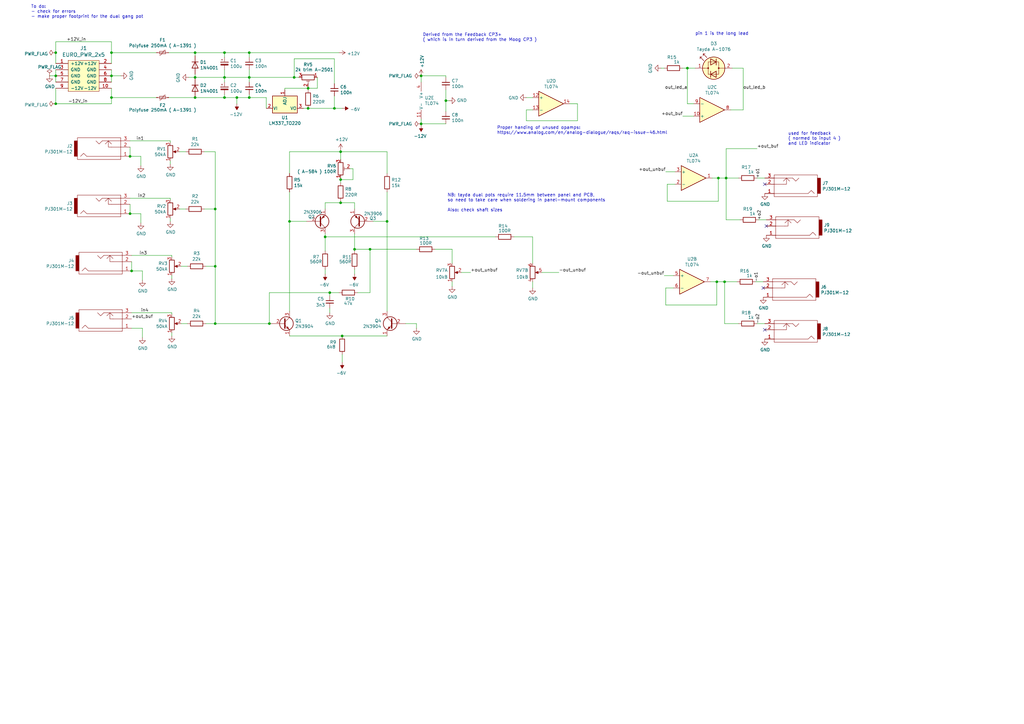
<source format=kicad_sch>
(kicad_sch (version 20211123) (generator eeschema)
  (paper "A3")
  (lib_symbols
    (symbol "Amplifier_Operational:TL074" (pin_names (offset 0.127))
      (property "Reference" "U" (at 0 5.08 0))
      (property "Value" "TL074" (at 0 -5.08 0))
      (symbol "TL074_1_1"
        (polyline (pts (xy -5.08 5.08) (xy 5.08 0) (xy -5.08 -5.08) (xy -5.08 5.08)) (stroke (width 0.254)) (fill (type background)))
        (pin output line (at 7.62 0 180) (length 2.54) (name "~") (number "1"))
        (pin input line (at -7.62 -2.54 0) (length 2.54) (name "-") (number "2"))
        (pin input line (at -7.62 2.54 0) (length 2.54) (name "+") (number "3"))
      )
      (symbol "TL074_2_1"
        (polyline (pts (xy -5.08 5.08) (xy 5.08 0) (xy -5.08 -5.08) (xy -5.08 5.08)) (stroke (width 0.254)) (fill (type background)))
        (pin input line (at -7.62 2.54 0) (length 2.54) (name "+") (number "5"))
        (pin input line (at -7.62 -2.54 0) (length 2.54) (name "-") (number "6"))
        (pin output line (at 7.62 0 180) (length 2.54) (name "~") (number "7"))
      )
      (symbol "TL074_3_1"
        (polyline (pts (xy -5.08 5.08) (xy 5.08 0) (xy -5.08 -5.08) (xy -5.08 5.08)) (stroke (width 0.254)) (fill (type background)))
        (pin input line (at -7.62 2.54 0) (length 2.54) (name "+") (number "10"))
        (pin output line (at 7.62 0 180) (length 2.54) (name "~") (number "8"))
        (pin input line (at -7.62 -2.54 0) (length 2.54) (name "-") (number "9"))
      )
      (symbol "TL074_4_1"
        (polyline (pts (xy -5.08 5.08) (xy 5.08 0) (xy -5.08 -5.08) (xy -5.08 5.08)) (stroke (width 0.254)) (fill (type background)))
        (pin input line (at -7.62 2.54 0) (length 2.54) (name "+") (number "12"))
        (pin input line (at -7.62 -2.54 0) (length 2.54) (name "-") (number "13"))
        (pin output line (at 7.62 0 180) (length 2.54) (name "~") (number "14"))
      )
      (symbol "TL074_5_1"
        (pin power_in line (at -2.54 -7.62 90) (length 3.81) (name "V-") (number "11"))
        (pin power_in line (at -2.54 7.62 270) (length 3.81) (name "V+") (number "4"))
      )
    )
    (symbol "Device:C_Polarized_Small" (pin_numbers hide) (pin_names (offset 0.254) hide)
      (property "Reference" "C" (at 0.254 1.778 0))
      (property "Value" "C_Polarized_Small" (at 0.254 -2.032 0))
      (symbol "C_Polarized_Small_0_1"
        (rectangle (start -1.524 -0.3048) (end 1.524 -0.6858) (fill (type outline)))
        (rectangle (start -1.524 0.6858) (end 1.524 0.3048))
        (polyline (pts (xy -1.27 1.524) (xy -0.762 1.524)))
        (polyline (pts (xy -1.016 1.27) (xy -1.016 1.778)))
      )
      (symbol "C_Polarized_Small_1_1"
        (pin passive line (at 0 2.54 270) (length 1.8542) (name "~") (number "1"))
        (pin passive line (at 0 -2.54 90) (length 1.8542) (name "~") (number "2"))
      )
    )
    (symbol "Device:C_Small" (pin_numbers hide) (pin_names (offset 0.254) hide)
      (property "Reference" "C" (at 0.254 1.778 0))
      (property "Value" "C_Small" (at 0.254 -2.032 0))
      (symbol "C_Small_0_1"
        (polyline (pts (xy -1.524 -0.508) (xy 1.524 -0.508)) (stroke (width 0.3302)))
        (polyline (pts (xy -1.524 0.508) (xy 1.524 0.508)) (stroke (width 0.3048)))
      )
      (symbol "C_Small_1_1"
        (pin passive line (at 0 2.54 270) (length 2.032) (name "~") (number "1"))
        (pin passive line (at 0 -2.54 90) (length 2.032) (name "~") (number "2"))
      )
    )
    (symbol "Device:LED_Dual_Bidirectional" (pin_names (offset 0) hide)
      (property "Reference" "D" (at 0 5.715 0))
      (property "Value" "LED_Dual_Bidirectional" (at 0 -6.35 0))
      (symbol "LED_Dual_Bidirectional_0_1"
        (circle (center -2.032 0) (radius 0.254) (fill (type outline)))
        (polyline (pts (xy -4.572 0) (xy -2.54 0)))
        (polyline (pts (xy -2.032 0) (xy -2.54 0)))
        (polyline (pts (xy -1.016 3.81) (xy -1.016 1.27)) (stroke (width 0.254)))
        (polyline (pts (xy 1.27 -1.27) (xy 1.27 -3.81)) (stroke (width 0.254)))
        (polyline (pts (xy 4.064 0) (xy 2.286 0)) (fill (type outline)))
        (polyline (pts (xy 4.318 5.842) (xy 4.318 5.08)) (stroke (width 0.2032)))
        (polyline (pts (xy 5.588 4.572) (xy 5.588 3.81)) (stroke (width 0.2032)))
        (polyline (pts (xy 2.794 4.318) (xy 4.318 5.842) (xy 3.556 5.842)) (stroke (width 0.2032)))
        (polyline (pts (xy 4.064 3.048) (xy 5.588 4.572) (xy 4.826 4.572)) (stroke (width 0.2032)))
        (polyline (pts (xy -1.016 -1.27) (xy -1.016 -3.81) (xy 1.27 -2.54) (xy -1.016 -1.27)) (stroke (width 0.254)))
        (polyline (pts (xy 1.27 3.81) (xy 1.27 1.27) (xy -1.016 2.54) (xy 1.27 3.81)) (stroke (width 0.254)))
        (polyline (pts (xy 2.286 2.54) (xy -2.032 2.54) (xy -2.032 -2.54) (xy 2.286 -2.54) (xy 2.286 2.54)))
        (circle (center 0 0) (radius 4.572) (stroke (width 0.254)) (fill (type background)))
        (circle (center 2.286 0) (radius 0.254) (fill (type outline)))
      )
      (symbol "LED_Dual_Bidirectional_1_1"
        (pin input line (at 7.62 0 180) (length 3.81) (name "KA") (number "1"))
        (pin input line (at -7.62 0 0) (length 3.048) (name "AK") (number "2"))
      )
    )
    (symbol "Device:Polyfuse_Small" (pin_numbers hide) (pin_names (offset 0))
      (property "Reference" "F" (at -1.905 0 90))
      (property "Value" "Polyfuse_Small" (at 1.905 0 90))
      (symbol "Polyfuse_Small_0_1"
        (rectangle (start -0.508 1.27) (end 0.508 -1.27))
        (polyline (pts (xy 0 2.54) (xy 0 -2.54)))
        (polyline (pts (xy -1.016 1.27) (xy -1.016 0.762) (xy 1.016 -0.762) (xy 1.016 -1.27)))
      )
      (symbol "Polyfuse_Small_1_1"
        (pin passive line (at 0 2.54 270) (length 0.635) (name "~") (number "1"))
        (pin passive line (at 0 -2.54 90) (length 0.635) (name "~") (number "2"))
      )
    )
    (symbol "Device:R" (pin_numbers hide) (pin_names (offset 0))
      (property "Reference" "R" (at 2.032 0 90))
      (property "Value" "R" (at 0 0 90))
      (symbol "R_0_1"
        (rectangle (start -1.016 -2.54) (end 1.016 2.54) (stroke (width 0.254)))
      )
      (symbol "R_1_1"
        (pin passive line (at 0 3.81 270) (length 1.27) (name "~") (number "1"))
        (pin passive line (at 0 -3.81 90) (length 1.27) (name "~") (number "2"))
      )
    )
    (symbol "Device:R_Potentiometer" (pin_names (offset 1.016) hide)
      (property "Reference" "RV" (at -4.445 0 90))
      (property "Value" "R_Potentiometer" (at -2.54 0 90))
      (symbol "R_Potentiometer_0_1"
        (polyline (pts (xy 2.54 0) (xy 1.524 0)))
        (polyline (pts (xy 1.143 0) (xy 2.286 0.508) (xy 2.286 -0.508) (xy 1.143 0)) (fill (type outline)))
        (rectangle (start 1.016 2.54) (end -1.016 -2.54) (stroke (width 0.254)))
      )
      (symbol "R_Potentiometer_1_1"
        (pin passive line (at 0 3.81 270) (length 1.27) (name "1") (number "1"))
        (pin passive line (at 3.81 0 180) (length 1.27) (name "2") (number "2"))
        (pin passive line (at 0 -3.81 90) (length 1.27) (name "3") (number "3"))
      )
    )
    (symbol "Device:R_Potentiometer_Dual_Separate" (pin_names (offset 1.016) hide)
      (property "Reference" "RV" (at -4.445 0 90))
      (property "Value" "R_Potentiometer_Dual_Separate" (at -2.54 0 90))
      (symbol "R_Potentiometer_Dual_Separate_0_1"
        (polyline (pts (xy 2.54 0) (xy 1.524 0)))
        (polyline (pts (xy 1.143 0) (xy 2.286 0.508) (xy 2.286 -0.508) (xy 1.143 0)) (fill (type outline)))
        (rectangle (start 1.016 2.54) (end -1.016 -2.54) (stroke (width 0.254)))
      )
      (symbol "R_Potentiometer_Dual_Separate_1_1"
        (pin passive line (at 0 3.81 270) (length 1.27) (name "1") (number "1"))
        (pin passive line (at 3.81 0 180) (length 1.27) (name "2") (number "2"))
        (pin passive line (at 0 -3.81 90) (length 1.27) (name "3") (number "3"))
      )
      (symbol "R_Potentiometer_Dual_Separate_2_1"
        (pin passive line (at 0 3.81 270) (length 1.27) (name "4") (number "4"))
        (pin passive line (at 3.81 0 180) (length 1.27) (name "5") (number "5"))
        (pin passive line (at 0 -3.81 90) (length 1.27) (name "6") (number "6"))
      )
    )
    (symbol "Device:R_Potentiometer_Trim" (pin_names (offset 1.016) hide)
      (property "Reference" "RV" (at -4.445 0 90))
      (property "Value" "R_Potentiometer_Trim" (at -2.54 0 90))
      (symbol "R_Potentiometer_Trim_0_1"
        (polyline (pts (xy 1.524 0.762) (xy 1.524 -0.762)))
        (polyline (pts (xy 2.54 0) (xy 1.524 0)))
        (rectangle (start 1.016 2.54) (end -1.016 -2.54) (stroke (width 0.254)))
      )
      (symbol "R_Potentiometer_Trim_1_1"
        (pin passive line (at 0 3.81 270) (length 1.27) (name "1") (number "1"))
        (pin passive line (at 3.81 0 180) (length 1.27) (name "2") (number "2"))
        (pin passive line (at 0 -3.81 90) (length 1.27) (name "3") (number "3"))
      )
    )
    (symbol "Diode:1N4001" (pin_numbers hide) (pin_names (offset 1.016) hide)
      (property "Reference" "D" (at 0 2.54 0))
      (property "Value" "1N4001" (at 0 -2.54 0))
      (symbol "1N4001_0_1"
        (polyline (pts (xy -1.27 1.27) (xy -1.27 -1.27)) (stroke (width 0.254)))
        (polyline (pts (xy 1.27 0) (xy -1.27 0)))
        (polyline (pts (xy 1.27 1.27) (xy 1.27 -1.27) (xy -1.27 0) (xy 1.27 1.27)) (stroke (width 0.254)))
      )
      (symbol "1N4001_1_1"
        (pin passive line (at -3.81 0 0) (length 2.54) (name "K") (number "1"))
        (pin passive line (at 3.81 0 180) (length 2.54) (name "A") (number "2"))
      )
    )
    (symbol "Regulator_Linear:LM337_TO220" (pin_names (offset 0.254))
      (property "Reference" "U" (at -3.81 -3.175 0))
      (property "Value" "LM337_TO220" (at 0 -3.175 0))
      (symbol "LM337_TO220_0_1"
        (rectangle (start -5.08 5.08) (end 5.08 -1.905) (stroke (width 0.254)) (fill (type background)))
      )
      (symbol "LM337_TO220_1_1"
        (pin input line (at 0 7.62 270) (length 2.54) (name "ADJ") (number "1"))
        (pin power_in line (at -7.62 0 0) (length 2.54) (name "VI") (number "2"))
        (pin power_out line (at 7.62 0 180) (length 2.54) (name "VO") (number "3"))
      )
    )
    (symbol "Transistor_BJT:2N3904" (pin_names (offset 0) hide)
      (property "Reference" "Q" (at 5.08 1.905 0))
      (property "Value" "2N3904" (at 5.08 0 0))
      (symbol "2N3904_0_1"
        (polyline (pts (xy 0.635 0.635) (xy 2.54 2.54)))
        (polyline (pts (xy 0.635 -0.635) (xy 2.54 -2.54) (xy 2.54 -2.54)))
        (polyline (pts (xy 0.635 1.905) (xy 0.635 -1.905) (xy 0.635 -1.905)) (stroke (width 0.508)))
        (polyline (pts (xy 1.27 -1.778) (xy 1.778 -1.27) (xy 2.286 -2.286) (xy 1.27 -1.778) (xy 1.27 -1.778)) (fill (type outline)))
        (circle (center 1.27 0) (radius 2.8194) (stroke (width 0.254)))
      )
      (symbol "2N3904_1_1"
        (pin passive line (at 2.54 -5.08 90) (length 2.54) (name "E") (number "1"))
        (pin passive line (at -5.08 0 0) (length 5.715) (name "B") (number "2"))
        (pin passive line (at 2.54 5.08 270) (length 2.54) (name "C") (number "3"))
      )
    )
    (symbol "Transistor_BJT:2N3906" (pin_names (offset 0) hide)
      (property "Reference" "Q" (at 5.08 1.905 0))
      (property "Value" "2N3906" (at 5.08 0 0))
      (symbol "2N3906_0_1"
        (polyline (pts (xy 0.635 0.635) (xy 2.54 2.54)))
        (polyline (pts (xy 0.635 -0.635) (xy 2.54 -2.54) (xy 2.54 -2.54)))
        (polyline (pts (xy 0.635 1.905) (xy 0.635 -1.905) (xy 0.635 -1.905)) (stroke (width 0.508)))
        (polyline (pts (xy 2.286 -1.778) (xy 1.778 -2.286) (xy 1.27 -1.27) (xy 2.286 -1.778) (xy 2.286 -1.778)) (fill (type outline)))
        (circle (center 1.27 0) (radius 2.8194) (stroke (width 0.254)))
      )
      (symbol "2N3906_1_1"
        (pin passive line (at 2.54 -5.08 90) (length 2.54) (name "E") (number "1"))
        (pin input line (at -5.08 0 0) (length 5.715) (name "B") (number "2"))
        (pin passive line (at 2.54 5.08 270) (length 2.54) (name "C") (number "3"))
      )
    )
    (symbol "eurocad:EURO_PWR_2x5" (pin_names (offset 1.016))
      (property "Reference" "J" (at 0 -7.62 0))
      (property "Value" "EURO_PWR_2x5" (at 0 7.62 0))
      (symbol "EURO_PWR_2x5_0_1"
        (rectangle (start -6.35 6.35) (end 6.35 -6.35) (fill (type background)))
      )
      (symbol "EURO_PWR_2x5_1_1"
        (pin power_in line (at -11.43 5.08 0) (length 5.08) (name "+12V") (number "1"))
        (pin power_in line (at 11.43 -5.08 180) (length 5.08) (name "-12V") (number "10"))
        (pin power_in line (at 11.43 5.08 180) (length 5.08) (name "+12V") (number "2"))
        (pin power_in line (at -11.43 2.54 0) (length 5.08) (name "GND") (number "3"))
        (pin power_in line (at 11.43 2.54 180) (length 5.08) (name "GND") (number "4"))
        (pin power_in line (at -11.43 0 0) (length 5.08) (name "GND") (number "5"))
        (pin power_in line (at 11.43 0 180) (length 5.08) (name "GND") (number "6"))
        (pin power_in line (at -11.43 -2.54 0) (length 5.08) (name "GND") (number "7"))
        (pin power_in line (at 11.43 -2.54 180) (length 5.08) (name "GND") (number "8"))
        (pin power_in line (at -11.43 -5.08 0) (length 5.08) (name "-12V") (number "9"))
      )
    )
    (symbol "eurocad:PJ301M-12" (pin_names (offset 1.016))
      (property "Reference" "J" (at -8.89 -5.08 0))
      (property "Value" "PJ301M-12" (at -3.81 6.35 0))
      (symbol "PJ301M-12_0_1"
        (rectangle (start -11.43 3.81) (end -10.16 -2.54) (fill (type outline)))
        (polyline (pts (xy 3.81 0) (xy 7.62 0) (xy 7.62 0)))
        (polyline (pts (xy 0 -2.54) (xy -1.27 -1.27) (xy -2.54 -2.54) (xy -2.54 -2.54)))
        (polyline (pts (xy 0 -2.54) (xy 7.62 -2.54) (xy 7.62 -2.54) (xy 7.62 -2.54)))
        (polyline (pts (xy 1.27 -1.27) (xy 2.54 -2.54) (xy 3.81 -1.27) (xy 3.81 -1.27)))
        (polyline (pts (xy 3.81 0) (xy 2.54 0) (xy 2.54 -2.54) (xy 2.54 -2.54)))
        (polyline (pts (xy 7.62 3.81) (xy -6.35 3.81) (xy -7.62 2.54) (xy -8.89 3.81) (xy -8.89 3.81)))
        (rectangle (start 7.62 -3.81) (end -10.16 5.08))
      )
      (symbol "PJ301M-12_1_1"
        (pin passive line (at 11.43 3.81 180) (length 3.81) (name "~") (number "1"))
        (pin passive line (at 11.43 0 180) (length 3.81) (name "~") (number "2"))
        (pin passive line (at 11.43 -2.54 180) (length 3.81) (name "~") (number "3"))
      )
    )
    (symbol "power:+12V" (power) (pin_names (offset 0))
      (property "Value" "+12V" (at 0 3.556 0))
      (symbol "+12V_0_1"
        (polyline (pts (xy -0.762 1.27) (xy 0 2.54)))
        (polyline (pts (xy 0 0) (xy 0 2.54)))
        (polyline (pts (xy 0 2.54) (xy 0.762 1.27)))
      )
      (symbol "+12V_1_1"
        (pin power_in line (at 0 0 90) (length 0) hide (name "+12V") (number "1"))
      )
    )
    (symbol "power:-12V" (power) (pin_names (offset 0))
      (property "Value" "-12V" (at 0 3.81 0))
      (symbol "-12V_0_0"
        (pin power_in line (at 0 0 90) (length 0) hide (name "-12V") (number "1"))
      )
      (symbol "-12V_0_1"
        (polyline (pts (xy 0 0) (xy 0 1.27) (xy 0.762 1.27) (xy 0 2.54) (xy -0.762 1.27) (xy 0 1.27)) (fill (type outline)))
      )
    )
    (symbol "power:-6V" (power) (pin_names (offset 0))
      (property "Value" "-6V" (at 0 3.81 0))
      (symbol "-6V_0_0"
        (pin power_in line (at 0 0 90) (length 0) hide (name "-6V") (number "1"))
      )
      (symbol "-6V_0_1"
        (polyline (pts (xy 0 0) (xy 0 1.27) (xy 0.762 1.27) (xy 0 2.54) (xy -0.762 1.27) (xy 0 1.27)) (fill (type outline)))
      )
    )
    (symbol "power:GND" (power) (pin_names (offset 0))
      (property "Value" "GND" (at 0 -3.81 0))
      (symbol "GND_0_1"
        (polyline (pts (xy 0 0) (xy 0 -1.27) (xy 1.27 -1.27) (xy 0 -2.54) (xy -1.27 -1.27) (xy 0 -1.27)))
      )
      (symbol "GND_1_1"
        (pin power_in line (at 0 0 270) (length 0) hide (name "GND") (number "1"))
      )
    )
    (symbol "power:PWR_FLAG" (power) (pin_numbers hide) (pin_names (offset 0) hide)
      (property "Value" "PWR_FLAG" (at 0 3.81 0))
      (symbol "PWR_FLAG_0_0"
        (pin power_out line (at 0 0 90) (length 0) (name "pwr") (number "1"))
      )
      (symbol "PWR_FLAG_0_1"
        (polyline (pts (xy 0 0) (xy 0 1.27) (xy -1.016 1.905) (xy 0 2.54) (xy 1.016 1.905) (xy 0 1.27)))
      )
    )
  )
  (junction (at 92.075 21.59))
  (junction (at 172.72 50.8))
  (junction (at 53.975 111.125))
  (junction (at 281.94 27.94))
  (junction (at 120.65 31.75))
  (junction (at 102.235 21.59))
  (junction (at 294.005 115.57))
  (junction (at 22.86 42.545))
  (junction (at 92.075 31.75))
  (junction (at 126.365 36.195))
  (junction (at 140.335 137.795))
  (junction (at 45.72 21.59))
  (junction (at 22.86 31.115))
  (junction (at 151.765 102.235))
  (junction (at 80.01 40.005))
  (junction (at 80.01 31.75))
  (junction (at 102.235 31.75))
  (junction (at 297.18 115.57))
  (junction (at 97.155 40.005))
  (junction (at 139.7 83.185))
  (junction (at 45.72 31.115))
  (junction (at 158.75 90.805))
  (junction (at 133.35 97.155))
  (junction (at 92.075 40.005))
  (junction (at 137.16 44.45))
  (junction (at 88.265 132.715))
  (junction (at 139.7 73.66))
  (junction (at 118.745 90.805))
  (junction (at 22.86 21.59))
  (junction (at 88.265 109.22))
  (junction (at 53.34 64.135))
  (junction (at 88.265 85.725))
  (junction (at 172.72 31.115))
  (junction (at 135.255 120.015))
  (junction (at 45.72 40.005))
  (junction (at 110.49 132.715))
  (junction (at 102.235 40.005))
  (junction (at 297.815 73.025))
  (junction (at 126.365 44.45))
  (junction (at 145.415 102.235))
  (junction (at 294.64 73.025))
  (junction (at 53.34 87.63))
  (junction (at 80.01 21.59))
  (junction (at 182.88 41.275))
  (junction (at 139.7 62.23))
  (no_connect (at 313.69 75.565))
  (no_connect (at 314.325 92.71))
  (no_connect (at 313.055 118.11))
  (no_connect (at 313.69 135.255))
  (wire (pts (xy 146.685 120.015) (xy 151.765 120.015)))
  (wire (pts (xy 58.42 111.125) (xy 58.42 114.935)))
  (wire (pts (xy 273.05 118.11) (xy 273.05 125.095)))
  (wire (pts (xy 45.72 40.005) (xy 64.135 40.005)))
  (wire (pts (xy 92.075 21.59) (xy 102.235 21.59)))
  (wire (pts (xy 80.01 21.59) (xy 92.075 21.59)))
  (wire (pts (xy 120.65 24.13) (xy 120.65 31.75)))
  (wire (pts (xy 133.35 85.725) (xy 133.35 83.185)))
  (wire (pts (xy 133.35 97.155) (xy 133.35 102.87)))
  (wire (pts (xy 76.2 85.725) (xy 73.66 85.725)))
  (wire (pts (xy 53.34 57.785) (xy 69.85 57.785)))
  (wire (pts (xy 184.15 41.275) (xy 182.88 41.275)))
  (wire (pts (xy 53.34 87.63) (xy 57.785 87.63)))
  (wire (pts (xy 218.44 40.005) (xy 215.9 40.005)))
  (wire (pts (xy 294.64 82.55) (xy 294.64 73.025)))
  (wire (pts (xy 133.35 83.185) (xy 139.7 83.185)))
  (wire (pts (xy 273.685 75.565) (xy 273.685 82.55)))
  (wire (pts (xy 273.685 82.55) (xy 294.64 82.55)))
  (wire (pts (xy 126.365 36.195) (xy 116.84 36.195)))
  (wire (pts (xy 53.34 64.135) (xy 57.785 64.135)))
  (wire (pts (xy 83.82 85.725) (xy 88.265 85.725)))
  (wire (pts (xy 135.255 120.015) (xy 139.065 120.015)))
  (wire (pts (xy 185.42 115.57) (xy 185.42 117.475)))
  (wire (pts (xy 22.86 28.575) (xy 22.86 31.115)))
  (wire (pts (xy 118.745 62.23) (xy 118.745 71.12)))
  (wire (pts (xy 139.7 82.55) (xy 139.7 83.185)))
  (wire (pts (xy 110.49 132.715) (xy 111.125 132.715)))
  (wire (pts (xy 297.18 115.57) (xy 294.005 115.57)))
  (wire (pts (xy 158.75 90.805) (xy 158.75 127.635)))
  (wire (pts (xy 116.84 36.195) (xy 116.84 36.83)))
  (wire (pts (xy 102.235 31.75) (xy 102.235 28.575)))
  (wire (pts (xy 185.42 102.235) (xy 185.42 107.95)))
  (wire (pts (xy 203.2 97.155) (xy 133.35 97.155)))
  (wire (pts (xy 133.35 110.49) (xy 133.35 112.395)))
  (wire (pts (xy 80.01 22.86) (xy 80.01 21.59)))
  (wire (pts (xy 236.855 49.53) (xy 236.855 42.545)))
  (wire (pts (xy 166.37 132.715) (xy 170.815 132.715)))
  (wire (pts (xy 92.075 31.75) (xy 102.235 31.75)))
  (wire (pts (xy 297.815 73.025) (xy 297.815 60.96)))
  (wire (pts (xy 126.365 35.56) (xy 126.365 36.195)))
  (wire (pts (xy 110.49 132.715) (xy 110.49 120.015)))
  (wire (pts (xy 118.745 62.23) (xy 139.7 62.23)))
  (wire (pts (xy 284.48 47.625) (xy 280.035 47.625)))
  (wire (pts (xy 172.72 50.8) (xy 182.88 50.8)))
  (wire (pts (xy 70.485 104.775) (xy 70.485 105.41)))
  (wire (pts (xy 189.23 111.76) (xy 193.04 111.76)))
  (wire (pts (xy 22.86 17.145) (xy 22.86 21.59)))
  (wire (pts (xy 130.175 36.195) (xy 126.365 36.195)))
  (wire (pts (xy 276.86 75.565) (xy 273.685 75.565)))
  (wire (pts (xy 294.64 73.025) (xy 292.1 73.025)))
  (wire (pts (xy 151.765 120.015) (xy 151.765 102.235)))
  (wire (pts (xy 302.895 132.715) (xy 297.18 132.715)))
  (wire (pts (xy 153.035 90.805) (xy 158.75 90.805)))
  (wire (pts (xy 88.265 109.22) (xy 88.265 132.715)))
  (wire (pts (xy 53.975 134.62) (xy 58.42 134.62)))
  (wire (pts (xy 22.86 31.115) (xy 22.86 33.655)))
  (wire (pts (xy 70.485 128.27) (xy 70.485 128.905)))
  (wire (pts (xy 172.72 31.115) (xy 172.72 33.655)))
  (wire (pts (xy 53.975 128.27) (xy 70.485 128.27)))
  (wire (pts (xy 137.16 24.13) (xy 120.65 24.13)))
  (wire (pts (xy 139.7 73.66) (xy 139.7 74.93)))
  (wire (pts (xy 120.65 31.75) (xy 122.555 31.75)))
  (wire (pts (xy 303.53 90.17) (xy 297.815 90.17)))
  (wire (pts (xy 135.255 120.015) (xy 135.255 121.285)))
  (wire (pts (xy 102.235 40.005) (xy 102.235 38.735)))
  (wire (pts (xy 80.01 31.75) (xy 80.01 30.48)))
  (wire (pts (xy 151.765 102.235) (xy 170.815 102.235)))
  (wire (pts (xy 109.22 40.005) (xy 109.22 44.45)))
  (wire (pts (xy 137.16 44.45) (xy 137.16 39.37)))
  (wire (pts (xy 222.25 111.76) (xy 229.235 111.76)))
  (wire (pts (xy 20.32 31.115) (xy 22.86 31.115)))
  (wire (pts (xy 118.745 90.805) (xy 118.745 127.635)))
  (wire (pts (xy 304.8 45.085) (xy 299.72 45.085)))
  (wire (pts (xy 144.78 69.215) (xy 144.78 73.66)))
  (wire (pts (xy 313.69 132.715) (xy 310.515 132.715)))
  (wire (pts (xy 92.075 28.575) (xy 92.075 31.75)))
  (wire (pts (xy 302.26 115.57) (xy 297.18 115.57)))
  (wire (pts (xy 77.47 31.75) (xy 80.01 31.75)))
  (wire (pts (xy 218.44 45.085) (xy 215.9 45.085)))
  (wire (pts (xy 53.34 64.135) (xy 53.34 60.325)))
  (wire (pts (xy 140.335 145.415) (xy 140.335 148.59)))
  (wire (pts (xy 88.265 62.23) (xy 88.265 85.725)))
  (wire (pts (xy 294.005 125.095) (xy 294.005 115.57)))
  (wire (pts (xy 110.49 120.015) (xy 135.255 120.015)))
  (wire (pts (xy 45.72 28.575) (xy 45.72 31.115)))
  (wire (pts (xy 145.415 102.235) (xy 151.765 102.235)))
  (wire (pts (xy 137.16 34.29) (xy 137.16 24.13)))
  (wire (pts (xy 69.85 57.785) (xy 69.85 58.42)))
  (wire (pts (xy 45.72 40.005) (xy 45.72 42.545)))
  (wire (pts (xy 53.975 104.775) (xy 70.485 104.775)))
  (wire (pts (xy 45.72 17.145) (xy 45.72 21.59)))
  (wire (pts (xy 53.975 111.125) (xy 53.975 107.315)))
  (wire (pts (xy 273.05 125.095) (xy 294.005 125.095)))
  (wire (pts (xy 218.44 97.155) (xy 218.44 107.95)))
  (wire (pts (xy 76.2 62.23) (xy 73.66 62.23)))
  (wire (pts (xy 118.745 137.795) (xy 140.335 137.795)))
  (wire (pts (xy 102.235 40.005) (xy 109.22 40.005)))
  (wire (pts (xy 45.72 36.195) (xy 45.72 40.005)))
  (wire (pts (xy 92.075 40.005) (xy 97.155 40.005)))
  (wire (pts (xy 297.815 73.025) (xy 294.64 73.025)))
  (wire (pts (xy 218.44 115.57) (xy 218.44 118.11)))
  (wire (pts (xy 314.325 90.17) (xy 311.15 90.17)))
  (wire (pts (xy 88.265 132.715) (xy 110.49 132.715)))
  (wire (pts (xy 281.94 42.545) (xy 284.48 42.545)))
  (wire (pts (xy 22.86 36.195) (xy 22.86 42.545)))
  (wire (pts (xy 88.265 85.725) (xy 88.265 109.22)))
  (wire (pts (xy 304.8 27.94) (xy 304.8 45.085)))
  (wire (pts (xy 102.235 21.59) (xy 139.065 21.59)))
  (wire (pts (xy 172.72 31.115) (xy 182.88 31.115)))
  (wire (pts (xy 158.75 78.74) (xy 158.75 90.805)))
  (wire (pts (xy 57.785 87.63) (xy 57.785 91.44)))
  (wire (pts (xy 126.365 44.45) (xy 124.46 44.45)))
  (wire (pts (xy 300.355 27.94) (xy 304.8 27.94)))
  (wire (pts (xy 302.895 73.025) (xy 297.815 73.025)))
  (wire (pts (xy 236.855 42.545) (xy 233.68 42.545)))
  (wire (pts (xy 58.42 134.62) (xy 58.42 138.43)))
  (wire (pts (xy 126.365 44.45) (xy 137.16 44.45)))
  (wire (pts (xy 102.235 21.59) (xy 102.235 23.495)))
  (wire (pts (xy 97.155 40.005) (xy 97.155 42.545)))
  (wire (pts (xy 172.72 48.895) (xy 172.72 50.8)))
  (wire (pts (xy 313.055 115.57) (xy 309.88 115.57)))
  (wire (pts (xy 130.175 31.75) (xy 130.175 36.195)))
  (wire (pts (xy 215.9 45.085) (xy 215.9 49.53)))
  (wire (pts (xy 84.455 109.22) (xy 88.265 109.22)))
  (wire (pts (xy 22.86 42.545) (xy 45.72 42.545)))
  (wire (pts (xy 139.7 83.185) (xy 145.415 83.185)))
  (wire (pts (xy 53.975 111.125) (xy 58.42 111.125)))
  (wire (pts (xy 137.16 44.45) (xy 140.335 44.45)))
  (wire (pts (xy 139.7 73.025) (xy 139.7 73.66)))
  (wire (pts (xy 210.82 97.155) (xy 218.44 97.155)))
  (wire (pts (xy 80.01 40.005) (xy 92.075 40.005)))
  (wire (pts (xy 272.415 27.94) (xy 271.145 27.94)))
  (wire (pts (xy 276.225 118.11) (xy 273.05 118.11)))
  (wire (pts (xy 45.72 31.115) (xy 49.53 31.115)))
  (wire (pts (xy 92.075 21.59) (xy 92.075 23.495)))
  (wire (pts (xy 53.34 81.28) (xy 69.85 81.28)))
  (wire (pts (xy 97.155 40.005) (xy 102.235 40.005)))
  (wire (pts (xy 297.815 60.96) (xy 310.515 60.96)))
  (wire (pts (xy 69.215 21.59) (xy 80.01 21.59)))
  (wire (pts (xy 45.72 31.115) (xy 45.72 33.655)))
  (wire (pts (xy 92.075 31.75) (xy 80.01 31.75)))
  (wire (pts (xy 182.88 31.115) (xy 182.88 31.75)))
  (wire (pts (xy 92.075 40.005) (xy 92.075 38.735)))
  (wire (pts (xy 70.485 136.525) (xy 70.485 137.795)))
  (wire (pts (xy 76.835 132.715) (xy 74.295 132.715)))
  (wire (pts (xy 281.94 27.94) (xy 281.94 42.545)))
  (wire (pts (xy 182.88 36.83) (xy 182.88 41.275)))
  (wire (pts (xy 272.415 113.03) (xy 276.225 113.03)))
  (wire (pts (xy 297.18 132.715) (xy 297.18 115.57)))
  (wire (pts (xy 281.94 27.94) (xy 280.035 27.94)))
  (wire (pts (xy 182.88 41.275) (xy 182.88 45.72)))
  (wire (pts (xy 92.075 31.75) (xy 92.075 33.655)))
  (wire (pts (xy 102.235 33.655) (xy 102.235 31.75)))
  (wire (pts (xy 135.255 126.365) (xy 135.255 128.27)))
  (wire (pts (xy 215.9 49.53) (xy 236.855 49.53)))
  (wire (pts (xy 83.82 62.23) (xy 88.265 62.23)))
  (wire (pts (xy 144.78 73.66) (xy 139.7 73.66)))
  (wire (pts (xy 84.455 132.715) (xy 88.265 132.715)))
  (wire (pts (xy 126.365 36.195) (xy 126.365 36.83)))
  (wire (pts (xy 139.7 62.23) (xy 139.7 65.405)))
  (wire (pts (xy 313.69 73.025) (xy 310.515 73.025)))
  (wire (pts (xy 145.415 102.235) (xy 145.415 102.87)))
  (wire (pts (xy 80.01 40.005) (xy 69.215 40.005)))
  (wire (pts (xy 53.34 87.63) (xy 53.34 83.82)))
  (wire (pts (xy 145.415 83.185) (xy 145.415 85.725)))
  (wire (pts (xy 139.7 62.23) (xy 158.75 62.23)))
  (wire (pts (xy 145.415 95.885) (xy 145.415 102.235)))
  (wire (pts (xy 76.835 109.22) (xy 74.295 109.22)))
  (wire (pts (xy 178.435 102.235) (xy 185.42 102.235)))
  (wire (pts (xy 133.35 95.885) (xy 133.35 97.155)))
  (wire (pts (xy 143.51 69.215) (xy 144.78 69.215)))
  (wire (pts (xy 281.94 27.94) (xy 285.115 27.94)))
  (wire (pts (xy 294.005 115.57) (xy 291.465 115.57)))
  (wire (pts (xy 139.7 61.595) (xy 139.7 62.23)))
  (wire (pts (xy 69.85 89.535) (xy 69.85 90.805)))
  (wire (pts (xy 297.815 90.17) (xy 297.815 73.025)))
  (wire (pts (xy 45.72 21.59) (xy 45.72 26.035)))
  (wire (pts (xy 118.745 78.74) (xy 118.745 90.805)))
  (wire (pts (xy 125.73 90.805) (xy 118.745 90.805)))
  (wire (pts (xy 80.01 32.385) (xy 80.01 31.75)))
  (wire (pts (xy 102.235 31.75) (xy 120.65 31.75)))
  (wire (pts (xy 158.75 137.795) (xy 140.335 137.795)))
  (wire (pts (xy 69.85 66.04) (xy 69.85 67.31)))
  (wire (pts (xy 170.815 132.715) (xy 170.815 134.62)))
  (wire (pts (xy 172.72 51.435) (xy 172.72 50.8)))
  (wire (pts (xy 22.86 17.145) (xy 45.72 17.145)))
  (wire (pts (xy 145.415 110.49) (xy 145.415 112.395)))
  (wire (pts (xy 273.05 70.485) (xy 276.86 70.485)))
  (wire (pts (xy 57.785 64.135) (xy 57.785 67.945)))
  (wire (pts (xy 69.85 81.28) (xy 69.85 81.915)))
  (wire (pts (xy 45.72 21.59) (xy 64.135 21.59)))
  (wire (pts (xy 158.75 62.23) (xy 158.75 71.12)))
  (wire (pts (xy 70.485 113.03) (xy 70.485 114.3)))
  (wire (pts (xy 22.86 21.59) (xy 22.86 26.035)))
  (text "Proper handing of unused opamps:\nhttps://www.analog.com/en/analog-dialogue/raqs/raq-issue-46.html" (at 203.835 55.245 0) (effects (font (size 1.27 1.27)) (justify left bottom)))
  (text "pin 1 is the long lead" (at 285.115 14.605 0) (effects (font (size 1.27 1.27)) (justify left bottom)))
  (text "used for feedback\n( normed to input 4 )\nand LED indicator" (at 323.215 59.69 0) (effects (font (size 1.27 1.27)) (justify left bottom)))
  (text "NB: tayda dual pots require 11.5mm between panel and PCB, \nso need to take care when soldering in panel-mount components\n\nAlso: check shaft sizes\n" (at 183.515 86.995 0) (effects (font (size 1.27 1.27)) (justify left bottom)))
  (text "To do:\n- check for errors\n- make proper footprint for the dual gang pot" (at 12.7 7.62 0) (effects (font (size 1.27 1.27)) (justify left bottom)))
  (text "Derived from the Feedback CP3+\n( which is in turn derived from the Moog CP3 )" (at 173.355 17.145 0) (effects (font (size 1.27 1.27)) (justify left bottom)))
  (label "-out_unbuf" (at 229.235 111.76 0))
  (label "in2" (at 56.515 81.28 0))
  (label "in3" (at 57.15 104.775 0))
  (label "+out_buf" (at 53.975 130.81 0))
  (label "+o2" (at 312.42 90.17 90))
  (label "+out_buf" (at 310.515 60.96 0))
  (label "-o1" (at 311.15 115.57 90))
  (label "+out_unbuf" (at 273.05 70.485 180))
  (label "out_led_b" (at 304.8 36.83 0))
  (label "+out_buf" (at 280.035 47.625 180))
  (label "-out_unbuf" (at 272.415 113.03 180))
  (label "in1" (at 55.88 57.785 0))
  (label "+out_unbuf" (at 193.04 111.76 0))
  (label "-o2" (at 311.785 132.715 90))
  (label "+12V_in" (at 27.305 17.145 0))
  (label "+o1" (at 311.785 73.025 90))
  (label "out_led_a" (at 281.94 36.83 180))
  (label "in4" (at 57.785 128.27 0))
  (label "-12V_in" (at 27.94 42.545 0))
  (symbol (lib_id "eurocad:EURO_PWR_2x5") (at 34.29 31.115 0) (unit 1)
    (property "Reference" "J1" (at 34.29 19.7612 0) (effects (font (size 1.524 1.524))))
    (property "Value" "EURO_PWR_2x5" (at 34.29 22.4536 0) (effects (font (size 1.524 1.524))))
    (property "Footprint" "Eurocad:Eurorack_power_header" (effects hide))
  )
  (symbol (lib_id "power:GND") (at 20.32 31.115 0) (unit 1)
    (property "Reference" "#PWR01" (effects hide))
    (property "Value" "GND" (at 20.447 35.5092 0))
  )
  (symbol (lib_id "Device:C_Polarized_Small") (at 92.075 26.035 0) (unit 1)
    (property "Reference" "C1" (at 94.3864 24.8666 0) (effects (justify left)))
    (property "Value" "100u" (at 94.3864 27.178 0) (effects (justify left)))
    (property "Footprint" "Capacitor_THT:CP_Radial_D6.3mm_P2.50mm" (effects hide))
  )
  (symbol (lib_id "Device:C_Polarized_Small") (at 92.075 36.195 0) (unit 1)
    (property "Reference" "C2" (at 94.3864 35.0266 0) (effects (justify left)))
    (property "Value" "100u" (at 94.3864 37.338 0) (effects (justify left)))
    (property "Footprint" "Capacitor_THT:CP_Radial_D6.3mm_P2.50mm" (effects hide))
  )
  (symbol (lib_id "Device:C_Small") (at 102.235 26.035 0) (unit 1)
    (property "Reference" "C3" (at 104.5718 24.8666 0) (effects (justify left)))
    (property "Value" "100n" (at 104.5718 27.178 0) (effects (justify left)))
    (property "Footprint" "Eurocad:C_0805_2012Metric_Pad1.15x1.40mm_HandSolder_SmallTxt" (effects hide))
  )
  (symbol (lib_id "Device:C_Small") (at 102.235 36.195 0) (unit 1)
    (property "Reference" "C4" (at 104.5718 35.0266 0) (effects (justify left)))
    (property "Value" "100n" (at 104.5718 37.338 0) (effects (justify left)))
    (property "Footprint" "Eurocad:C_0805_2012Metric_Pad1.15x1.40mm_HandSolder_SmallTxt" (effects hide))
  )
  (symbol (lib_id "Regulator_Linear:LM337_TO220") (at 116.84 44.45 0) (unit 1)
    (property "Reference" "U1" (at 116.84 48.2346 0))
    (property "Value" "LM337_TO220" (at 116.84 50.546 0))
    (property "Footprint" "Package_TO_SOT_THT:TO-220-3_Vertical" (effects hide))
    (property "Datasheet" "http://www.ti.com/lit/ds/symlink/lm337-n.pdf" (effects hide))
  )
  (symbol (lib_id "Device:R_Potentiometer_Trim") (at 126.365 31.75 270) (unit 1)
    (property "Reference" "RV5" (at 126.365 26.4922 90))
    (property "Value" "2k trim A-2501" (at 128.905 28.575 90))
    (property "Footprint" "Potentiometer_THT:Potentiometer_Runtron_RM-065_Vertical" (effects hide))
  )
  (symbol (lib_id "Device:R") (at 126.365 40.64 0) (unit 1)
    (property "Reference" "R6" (at 128.143 39.4716 0) (effects (justify left)))
    (property "Value" "220R" (at 128.143 41.783 0) (effects (justify left)))
    (property "Footprint" "Eurocad:R_0805_2012Metric_Pad1.15x1.40mm_HandSolder_smallText" (effects hide))
  )
  (symbol (lib_id "power:GND") (at 77.47 31.75 270) (unit 1)
    (property "Reference" "#PWR02" (effects hide))
    (property "Value" "GND" (at 73.0758 31.877 0))
  )
  (symbol (lib_id "Device:C_Small") (at 137.16 36.83 0) (unit 1)
    (property "Reference" "C6" (at 139.4968 35.6616 0) (effects (justify left)))
    (property "Value" "100n" (at 139.4968 37.973 0) (effects (justify left)))
    (property "Footprint" "Eurocad:C_0805_2012Metric_Pad1.15x1.40mm_HandSolder_SmallTxt" (effects hide))
  )
  (symbol (lib_id "power:-6V") (at 140.335 44.45 270) (unit 1)
    (property "Reference" "#PWR016" (effects hide))
    (property "Value" "-6V" (at 143.5862 44.831 90) (effects (justify left)))
  )
  (symbol (lib_id "power:+12V") (at 139.065 21.59 270) (unit 1)
    (property "Reference" "#PWR014" (effects hide))
    (property "Value" "+12V" (at 142.3162 21.971 90) (effects (justify left)))
  )
  (symbol (lib_id "eurocad:PJ301M-12") (at 41.91 60.325 0) (mirror x) (unit 1)
    (property "Reference" "J2" (at 29.7942 59.9186 0) (effects (justify right)))
    (property "Value" "PJ301M-12" (at 29.7942 62.23 0) (effects (justify right)))
    (property "Footprint" "Eurocad:PJ301M-12_Compact" (effects hide))
  )
  (symbol (lib_id "power:GND") (at 57.785 67.945 0) (unit 1)
    (property "Reference" "#PWR03" (effects hide))
    (property "Value" "GND" (at 57.912 72.3392 0))
  )
  (symbol (lib_id "Device:R_Potentiometer") (at 69.85 62.23 0) (mirror x) (unit 1)
    (property "Reference" "RV1" (at 68.0974 61.0616 0) (effects (justify right)))
    (property "Value" "50kA" (at 68.0974 63.373 0) (effects (justify right)))
    (property "Footprint" "Eurocad:Alpha9mmPot" (effects hide))
  )
  (symbol (lib_id "power:GND") (at 69.85 67.31 0) (unit 1)
    (property "Reference" "#PWR07" (effects hide))
    (property "Value" "GND" (at 69.977 71.7042 0))
  )
  (symbol (lib_id "Device:R") (at 80.01 62.23 270) (unit 1)
    (property "Reference" "R1" (at 80.01 56.9722 90))
    (property "Value" "22k" (at 80.01 59.2836 90))
    (property "Footprint" "Eurocad:R_0805_2012Metric_Pad1.15x1.40mm_HandSolder_smallText" (effects hide))
  )
  (symbol (lib_id "eurocad:PJ301M-12") (at 41.91 83.82 0) (mirror x) (unit 1)
    (property "Reference" "J3" (at 29.7942 83.4136 0) (effects (justify right)))
    (property "Value" "PJ301M-12" (at 29.7942 85.725 0) (effects (justify right)))
    (property "Footprint" "Eurocad:PJ301M-12_Compact" (effects hide))
  )
  (symbol (lib_id "power:GND") (at 57.785 91.44 0) (unit 1)
    (property "Reference" "#PWR04" (effects hide))
    (property "Value" "GND" (at 57.912 95.8342 0))
  )
  (symbol (lib_id "Device:R_Potentiometer") (at 69.85 85.725 0) (mirror x) (unit 1)
    (property "Reference" "RV2" (at 68.0974 84.5566 0) (effects (justify right)))
    (property "Value" "50kA" (at 68.0974 86.868 0) (effects (justify right)))
    (property "Footprint" "Eurocad:Alpha9mmPot" (effects hide))
  )
  (symbol (lib_id "power:GND") (at 69.85 90.805 0) (unit 1)
    (property "Reference" "#PWR08" (effects hide))
    (property "Value" "GND" (at 69.977 95.1992 0))
  )
  (symbol (lib_id "Device:R") (at 80.01 85.725 270) (unit 1)
    (property "Reference" "R2" (at 80.01 80.4672 90))
    (property "Value" "22k" (at 80.01 82.7786 90))
    (property "Footprint" "Eurocad:R_0805_2012Metric_Pad1.15x1.40mm_HandSolder_smallText" (effects hide))
  )
  (symbol (lib_id "eurocad:PJ301M-12") (at 42.545 107.315 0) (mirror x) (unit 1)
    (property "Reference" "J4" (at 30.4292 106.9086 0) (effects (justify right)))
    (property "Value" "PJ301M-12" (at 30.4292 109.22 0) (effects (justify right)))
    (property "Footprint" "Eurocad:PJ301M-12_Compact" (effects hide))
  )
  (symbol (lib_id "power:GND") (at 58.42 114.935 0) (unit 1)
    (property "Reference" "#PWR05" (effects hide))
    (property "Value" "GND" (at 58.547 119.3292 0))
  )
  (symbol (lib_id "Device:R_Potentiometer") (at 70.485 109.22 0) (mirror x) (unit 1)
    (property "Reference" "RV3" (at 68.7324 108.0516 0) (effects (justify right)))
    (property "Value" "50kA" (at 68.7324 110.363 0) (effects (justify right)))
    (property "Footprint" "Eurocad:Alpha9mmPot" (effects hide))
  )
  (symbol (lib_id "power:GND") (at 70.485 114.3 0) (unit 1)
    (property "Reference" "#PWR09" (effects hide))
    (property "Value" "GND" (at 70.612 118.6942 0))
  )
  (symbol (lib_id "Device:R") (at 80.645 109.22 270) (unit 1)
    (property "Reference" "R3" (at 80.645 103.9622 90))
    (property "Value" "22k" (at 80.645 106.2736 90))
    (property "Footprint" "Eurocad:R_0805_2012Metric_Pad1.15x1.40mm_HandSolder_smallText" (effects hide))
  )
  (symbol (lib_id "eurocad:PJ301M-12") (at 42.545 130.81 0) (mirror x) (unit 1)
    (property "Reference" "J5" (at 30.4292 130.4036 0) (effects (justify right)))
    (property "Value" "PJ301M-12" (at 30.4292 132.715 0) (effects (justify right)))
    (property "Footprint" "Eurocad:PJ301M-12_Compact" (effects hide))
  )
  (symbol (lib_id "power:GND") (at 58.42 138.43 0) (unit 1)
    (property "Reference" "#PWR06" (effects hide))
    (property "Value" "GND" (at 58.547 142.8242 0))
  )
  (symbol (lib_id "Device:R_Potentiometer") (at 70.485 132.715 0) (mirror x) (unit 1)
    (property "Reference" "RV4" (at 68.7324 131.5466 0) (effects (justify right)))
    (property "Value" "50kA" (at 68.7324 133.858 0) (effects (justify right)))
    (property "Footprint" "Eurocad:Alpha9mmPot" (effects hide))
  )
  (symbol (lib_id "power:GND") (at 70.485 137.795 0) (unit 1)
    (property "Reference" "#PWR010" (effects hide))
    (property "Value" "GND" (at 70.612 142.1892 0))
  )
  (symbol (lib_id "Device:R") (at 80.645 132.715 270) (unit 1)
    (property "Reference" "R4" (at 80.645 127.4572 90))
    (property "Value" "22k" (at 80.645 129.7686 90))
    (property "Footprint" "Eurocad:R_0805_2012Metric_Pad1.15x1.40mm_HandSolder_smallText" (effects hide))
  )
  (symbol (lib_id "Transistor_BJT:2N3904") (at 116.205 132.715 0) (unit 1)
    (property "Reference" "Q1" (at 121.031 131.5466 0) (effects (justify left)))
    (property "Value" "2N3904" (at 121.031 133.858 0) (effects (justify left)))
    (property "Footprint" "Package_TO_SOT_THT:TO-92_HandSolder" (effects hide))
    (property "Datasheet" "https://www.onsemi.com/pub/Collateral/2N3903-D.PDF" (effects hide))
  )
  (symbol (lib_id "Transistor_BJT:2N3904") (at 161.29 132.715 0) (mirror y) (unit 1)
    (property "Reference" "Q4" (at 156.4386 131.5466 0) (effects (justify left)))
    (property "Value" "2N3904" (at 156.4386 133.858 0) (effects (justify left)))
    (property "Footprint" "Package_TO_SOT_THT:TO-92_HandSolder" (effects hide))
    (property "Datasheet" "https://www.onsemi.com/pub/Collateral/2N3903-D.PDF" (effects hide))
  )
  (symbol (lib_id "Transistor_BJT:2N3906") (at 130.81 90.805 0) (mirror x) (unit 1)
    (property "Reference" "Q2" (at 126.365 88.9 0) (effects (justify left)))
    (property "Value" "2N3906" (at 124.46 86.995 0) (effects (justify left)))
    (property "Footprint" "Package_TO_SOT_THT:TO-92_HandSolder" (effects hide))
    (property "Datasheet" "https://www.onsemi.com/pub/Collateral/2N3906-D.PDF" (effects hide))
  )
  (symbol (lib_id "Transistor_BJT:2N3906") (at 147.955 90.805 180) (unit 1)
    (property "Reference" "Q3" (at 154.305 89.535 0) (effects (justify left)))
    (property "Value" "2N3906" (at 156.845 87.63 0) (effects (justify left)))
    (property "Footprint" "Package_TO_SOT_THT:TO-92_HandSolder" (effects hide))
    (property "Datasheet" "https://www.onsemi.com/pub/Collateral/2N3906-D.PDF" (effects hide))
  )
  (symbol (lib_id "Device:R") (at 139.7 78.74 0) (unit 1)
    (property "Reference" "R8" (at 141.478 77.5716 0) (effects (justify left)))
    (property "Value" "220R" (at 141.478 79.883 0) (effects (justify left)))
    (property "Footprint" "Eurocad:R_0805_2012Metric_Pad1.15x1.40mm_HandSolder_smallText" (effects hide))
  )
  (symbol (lib_id "Device:R_Potentiometer_Trim") (at 139.7 69.215 0) (mirror x) (unit 1)
    (property "Reference" "RV6" (at 137.9474 68.0466 0) (effects (justify right)))
    (property "Value" "( A-584 ) 100R" (at 137.9474 70.358 0) (effects (justify right)))
    (property "Footprint" "Potentiometer_THT:Potentiometer_Bourns_3296W_Vertical" (effects hide))
  )
  (symbol (lib_id "power:+12V") (at 139.7 61.595 0) (unit 1)
    (property "Reference" "#PWR015" (effects hide))
    (property "Value" "+12V" (at 140.081 57.2008 0))
  )
  (symbol (lib_id "Device:R") (at 118.745 74.93 0) (unit 1)
    (property "Reference" "R5" (at 120.523 73.7616 0) (effects (justify left)))
    (property "Value" "15k" (at 120.523 76.073 0) (effects (justify left)))
    (property "Footprint" "Eurocad:R_0805_2012Metric_Pad1.15x1.40mm_HandSolder_smallText" (effects hide))
  )
  (symbol (lib_id "Device:R") (at 158.75 74.93 0) (unit 1)
    (property "Reference" "R12" (at 160.528 73.7616 0) (effects (justify left)))
    (property "Value" "15k" (at 160.528 76.073 0) (effects (justify left)))
    (property "Footprint" "Eurocad:R_0805_2012Metric_Pad1.15x1.40mm_HandSolder_smallText" (effects hide))
  )
  (symbol (lib_id "Device:R") (at 133.35 106.68 180) (unit 1)
    (property "Reference" "R7" (at 128.27 105.41 0) (effects (justify right)))
    (property "Value" "560R" (at 127 107.315 0) (effects (justify right)))
    (property "Footprint" "Eurocad:R_0805_2012Metric_Pad1.15x1.40mm_HandSolder_smallText" (effects hide))
  )
  (symbol (lib_id "power:-6V") (at 133.35 112.395 180) (unit 1)
    (property "Reference" "#PWR012" (effects hide))
    (property "Value" "-6V" (at 132.969 116.7892 0))
  )
  (symbol (lib_id "Device:R") (at 145.415 106.68 180) (unit 1)
    (property "Reference" "R11" (at 140.335 105.41 0) (effects (justify right)))
    (property "Value" "560R" (at 139.065 107.315 0) (effects (justify right)))
    (property "Footprint" "Eurocad:R_0805_2012Metric_Pad1.15x1.40mm_HandSolder_smallText" (effects hide))
  )
  (symbol (lib_id "power:-6V") (at 145.415 112.395 180) (unit 1)
    (property "Reference" "#PWR018" (effects hide))
    (property "Value" "-6V" (at 145.034 116.7892 0))
  )
  (symbol (lib_id "Device:R") (at 140.335 141.605 180) (unit 1)
    (property "Reference" "R9" (at 135.255 140.335 0) (effects (justify right)))
    (property "Value" "6k8" (at 133.985 142.24 0) (effects (justify right)))
    (property "Footprint" "Eurocad:R_0805_2012Metric_Pad1.15x1.40mm_HandSolder_smallText" (effects hide))
  )
  (symbol (lib_id "power:-6V") (at 140.335 148.59 180) (unit 1)
    (property "Reference" "#PWR017" (effects hide))
    (property "Value" "-6V" (at 139.954 152.9842 0))
  )
  (symbol (lib_id "Device:C_Small") (at 135.255 123.825 0) (unit 1)
    (property "Reference" "C5" (at 130.175 122.555 0) (effects (justify left)))
    (property "Value" "3n3" (at 129.54 125.095 0) (effects (justify left)))
    (property "Footprint" "Eurocad:C_0805_2012Metric_Pad1.15x1.40mm_HandSolder_SmallTxt" (effects hide))
  )
  (symbol (lib_id "power:GND") (at 135.255 128.27 0) (unit 1)
    (property "Reference" "#PWR013" (effects hide))
    (property "Value" "GND" (at 135.382 132.6642 0))
  )
  (symbol (lib_id "Device:R") (at 142.875 120.015 90) (unit 1)
    (property "Reference" "R10" (at 141.605 122.555 90) (effects (justify right)))
    (property "Value" "47k" (at 140.97 124.46 90) (effects (justify right)))
    (property "Footprint" "Eurocad:R_0805_2012Metric_Pad1.15x1.40mm_HandSolder_smallText" (effects hide))
  )
  (symbol (lib_id "Device:R") (at 207.01 97.155 90) (unit 1)
    (property "Reference" "R14" (at 208.28 92.71 90) (effects (justify left)))
    (property "Value" "100R" (at 209.55 94.615 90) (effects (justify left)))
    (property "Footprint" "Eurocad:R_0805_2012Metric_Pad1.15x1.40mm_HandSolder_smallText" (effects hide))
  )
  (symbol (lib_id "eurocad:PJ301M-12") (at 325.12 75.565 180) (unit 1)
    (property "Reference" "J7" (at 337.2612 75.1586 0) (effects (justify right)))
    (property "Value" "PJ301M-12" (at 337.2612 77.47 0) (effects (justify right)))
    (property "Footprint" "Eurocad:PJ301M-12_Compact" (effects hide))
  )
  (symbol (lib_id "power:GND") (at 170.815 134.62 0) (unit 1)
    (property "Reference" "#PWR019" (effects hide))
    (property "Value" "GND" (at 170.942 139.0142 0))
  )
  (symbol (lib_id "power:GND") (at 218.44 118.11 0) (unit 1)
    (property "Reference" "#PWR025" (effects hide))
    (property "Value" "GND" (at 218.567 122.5042 0))
  )
  (symbol (lib_id "power:GND") (at 313.69 79.375 0) (unit 1)
    (property "Reference" "#PWR028" (effects hide))
    (property "Value" "GND" (at 313.817 83.7692 0))
  )
  (symbol (lib_id "power:-12V") (at 97.155 42.545 180) (unit 1)
    (property "Reference" "#PWR011" (effects hide))
    (property "Value" "-12V" (at 96.774 46.9392 0))
  )
  (symbol (lib_id "Device:Polyfuse_Small") (at 66.675 21.59 270) (unit 1)
    (property "Reference" "F1" (at 66.675 16.383 90))
    (property "Value" "Polyfuse 250mA ( A-1391 )" (at 66.675 18.6944 90))
    (property "Footprint" "Capacitor_THT:C_Disc_D7.5mm_W2.5mm_P5.00mm" (effects hide))
  )
  (symbol (lib_id "power:-12V") (at 172.72 51.435 180) (unit 1)
    (property "Reference" "#PWR021" (effects hide))
    (property "Value" "-12V" (at 172.339 55.8292 0))
  )
  (symbol (lib_id "power:+12V") (at 172.72 31.115 0) (unit 1)
    (property "Reference" "#PWR020" (effects hide))
    (property "Value" "+12V" (at 173.101 27.8638 90) (effects (justify left)))
  )
  (symbol (lib_id "Device:Polyfuse_Small") (at 66.675 40.005 270) (unit 1)
    (property "Reference" "F2" (at 66.675 43.18 90))
    (property "Value" "Polyfuse 250mA ( A-1391 )" (at 66.675 45.085 90))
    (property "Footprint" "Capacitor_THT:C_Disc_D7.5mm_W2.5mm_P5.00mm" (effects hide))
  )
  (symbol (lib_id "Device:C_Small") (at 182.88 34.29 0) (unit 1)
    (property "Reference" "C7" (at 185.2168 33.1216 0) (effects (justify left)))
    (property "Value" "100n" (at 185.2168 35.433 0) (effects (justify left)))
    (property "Footprint" "Eurocad:C_0805_2012Metric_Pad1.15x1.40mm_HandSolder_SmallTxt" (effects hide))
  )
  (symbol (lib_id "Device:C_Small") (at 182.88 48.26 0) (unit 1)
    (property "Reference" "C8" (at 185.2168 47.0916 0) (effects (justify left)))
    (property "Value" "100n" (at 185.2168 49.403 0) (effects (justify left)))
    (property "Footprint" "Eurocad:C_0805_2012Metric_Pad1.15x1.40mm_HandSolder_SmallTxt" (effects hide))
  )
  (symbol (lib_id "Diode:1N4001") (at 80.01 26.67 270) (unit 1)
    (property "Reference" "D1" (at 82.042 25.5016 90) (effects (justify left)))
    (property "Value" "1N4001" (at 82.042 27.813 90) (effects (justify left)))
    (property "Footprint" "Diode_THT:D_DO-41_SOD81_P10.16mm_Horizontal" (effects hide))
    (property "Datasheet" "http://www.vishay.com/docs/88503/1n4001.pdf" (effects hide))
  )
  (symbol (lib_id "Diode:1N4001") (at 80.01 36.195 270) (unit 1)
    (property "Reference" "D2" (at 82.042 35.0266 90) (effects (justify left)))
    (property "Value" "1N4001" (at 82.042 37.338 90) (effects (justify left)))
    (property "Footprint" "Diode_THT:D_DO-41_SOD81_P10.16mm_Horizontal" (effects hide))
    (property "Datasheet" "http://www.vishay.com/docs/88503/1n4001.pdf" (effects hide))
  )
  (symbol (lib_id "power:GND") (at 184.15 41.275 90) (unit 1)
    (property "Reference" "#PWR022" (effects hide))
    (property "Value" "GND" (at 187.4012 41.148 90) (effects (justify right)))
  )
  (symbol (lib_id "power:GND") (at 215.9 40.005 270) (unit 1)
    (property "Reference" "#PWR024" (effects hide))
    (property "Value" "GND" (at 212.6488 40.132 90) (effects (justify right)))
  )
  (symbol (lib_id "Device:R") (at 174.625 102.235 90) (unit 1)
    (property "Reference" "R13" (at 175.895 97.79 90) (effects (justify left)))
    (property "Value" "100R" (at 177.165 99.695 90) (effects (justify left)))
    (property "Footprint" "Eurocad:R_0805_2012Metric_Pad1.15x1.40mm_HandSolder_smallText" (effects hide))
  )
  (symbol (lib_id "power:GND") (at 185.42 117.475 0) (unit 1)
    (property "Reference" "#PWR023" (effects hide))
    (property "Value" "GND" (at 185.547 121.8692 0))
  )
  (symbol (lib_id "Amplifier_Operational:TL074") (at 284.48 73.025 0) (unit 1)
    (property "Reference" "U2" (at 284.48 63.7032 0))
    (property "Value" "TL074" (at 284.48 66.0146 0))
    (property "Footprint" "Package_SO:SOIC-14_3.9x8.7mm_P1.27mm" (effects hide))
    (property "Datasheet" "http://www.ti.com/lit/ds/symlink/tl071.pdf" (effects hide))
  )
  (symbol (lib_id "Amplifier_Operational:TL074") (at 283.845 115.57 0) (unit 2)
    (property "Reference" "U2" (at 283.845 106.2482 0))
    (property "Value" "TL074" (at 283.845 108.5596 0))
    (property "Footprint" "Package_SO:SOIC-14_3.9x8.7mm_P1.27mm" (effects hide))
    (property "Datasheet" "http://www.ti.com/lit/ds/symlink/tl071.pdf" (effects hide))
  )
  (symbol (lib_id "Amplifier_Operational:TL074") (at 292.1 45.085 0) (mirror x) (unit 3)
    (property "Reference" "U2" (at 292.1 35.7632 0))
    (property "Value" "TL074" (at 292.1 38.0746 0))
    (property "Footprint" "Package_SO:SOIC-14_3.9x8.7mm_P1.27mm" (effects hide))
    (property "Datasheet" "http://www.ti.com/lit/ds/symlink/tl071.pdf" (effects hide))
  )
  (symbol (lib_id "Amplifier_Operational:TL074") (at 226.06 42.545 0) (unit 4)
    (property "Reference" "U2" (at 226.06 33.2232 0))
    (property "Value" "TL074" (at 226.06 35.5346 0))
    (property "Footprint" "Package_SO:SOIC-14_3.9x8.7mm_P1.27mm" (effects hide))
    (property "Datasheet" "http://www.ti.com/lit/ds/symlink/tl071.pdf" (effects hide))
  )
  (symbol (lib_id "Amplifier_Operational:TL074") (at 175.26 41.275 0) (unit 5)
    (property "Reference" "U2" (at 174.1932 40.1066 0) (effects (justify left)))
    (property "Value" "TL074" (at 174.1932 42.418 0) (effects (justify left)))
    (property "Footprint" "Package_SO:SOIC-14_3.9x8.7mm_P1.27mm" (effects hide))
    (property "Datasheet" "http://www.ti.com/lit/ds/symlink/tl071.pdf" (effects hide))
  )
  (symbol (lib_id "Device:R") (at 306.705 73.025 90) (unit 1)
    (property "Reference" "R17" (at 307.975 68.58 90) (effects (justify left)))
    (property "Value" "1k" (at 309.245 70.485 90) (effects (justify left)))
    (property "Footprint" "Eurocad:R_0805_2012Metric_Pad1.15x1.40mm_HandSolder_smallText" (effects hide))
  )
  (symbol (lib_id "eurocad:PJ301M-12") (at 325.755 92.71 180) (unit 1)
    (property "Reference" "J9" (at 337.8962 92.3036 0) (effects (justify right)))
    (property "Value" "PJ301M-12" (at 337.8962 94.615 0) (effects (justify right)))
    (property "Footprint" "Eurocad:PJ301M-12_Compact" (effects hide))
  )
  (symbol (lib_id "power:GND") (at 314.325 96.52 0) (unit 1)
    (property "Reference" "#PWR030" (effects hide))
    (property "Value" "GND" (at 314.452 100.9142 0))
  )
  (symbol (lib_id "Device:R") (at 307.34 90.17 90) (unit 1)
    (property "Reference" "R19" (at 308.61 85.725 90) (effects (justify left)))
    (property "Value" "1k" (at 309.88 87.63 90) (effects (justify left)))
    (property "Footprint" "Eurocad:R_0805_2012Metric_Pad1.15x1.40mm_HandSolder_smallText" (effects hide))
  )
  (symbol (lib_id "power:GND") (at 49.53 31.115 90) (unit 1)
    (property "Reference" "#PWR0101" (effects hide))
    (property "Value" "GND" (at 53.9242 30.988 0))
  )
  (symbol (lib_id "eurocad:PJ301M-12") (at 324.485 118.11 180) (unit 1)
    (property "Reference" "J6" (at 336.6262 117.7036 0) (effects (justify right)))
    (property "Value" "PJ301M-12" (at 336.6262 120.015 0) (effects (justify right)))
    (property "Footprint" "Eurocad:PJ301M-12_Compact" (effects hide))
  )
  (symbol (lib_id "power:GND") (at 313.055 121.92 0) (unit 1)
    (property "Reference" "#PWR027" (effects hide))
    (property "Value" "GND" (at 313.182 126.3142 0))
  )
  (symbol (lib_id "Device:R") (at 306.07 115.57 90) (unit 1)
    (property "Reference" "R16" (at 307.34 111.125 90) (effects (justify left)))
    (property "Value" "1k" (at 308.61 113.03 90) (effects (justify left)))
    (property "Footprint" "Eurocad:R_0805_2012Metric_Pad1.15x1.40mm_HandSolder_smallText" (effects hide))
  )
  (symbol (lib_id "eurocad:PJ301M-12") (at 325.12 135.255 180) (unit 1)
    (property "Reference" "J8" (at 337.2612 134.8486 0) (effects (justify right)))
    (property "Value" "PJ301M-12" (at 337.2612 137.16 0) (effects (justify right)))
    (property "Footprint" "Eurocad:PJ301M-12_Compact" (effects hide))
  )
  (symbol (lib_id "power:GND") (at 313.69 139.065 0) (unit 1)
    (property "Reference" "#PWR029" (effects hide))
    (property "Value" "GND" (at 313.817 143.4592 0))
  )
  (symbol (lib_id "Device:R") (at 306.705 132.715 90) (unit 1)
    (property "Reference" "R18" (at 307.975 128.27 90) (effects (justify left)))
    (property "Value" "1k" (at 309.245 130.175 90) (effects (justify left)))
    (property "Footprint" "Eurocad:R_0805_2012Metric_Pad1.15x1.40mm_HandSolder_smallText" (effects hide))
  )
  (symbol (lib_id "Device:LED_Dual_Bidirectional") (at 292.735 27.94 0) (mirror y) (unit 1)
    (property "Reference" "D3" (at 292.735 17.8816 0))
    (property "Value" "Tayda A-1076" (at 292.735 20.193 0))
    (property "Footprint" "LED_THT:LED_D3.0mm" (effects hide))
  )
  (symbol (lib_id "Device:R") (at 276.225 27.94 90) (unit 1)
    (property "Reference" "R15" (at 277.495 23.495 90) (effects (justify left)))
    (property "Value" "1k" (at 278.765 25.4 90) (effects (justify left)))
    (property "Footprint" "Eurocad:R_0805_2012Metric_Pad1.15x1.40mm_HandSolder_smallText" (effects hide))
  )
  (symbol (lib_id "power:GND") (at 271.145 27.94 270) (unit 1)
    (property "Reference" "#PWR026" (effects hide))
    (property "Value" "GND" (at 266.7508 28.067 0))
  )
  (symbol (lib_id "Device:R_Potentiometer_Dual_Separate") (at 218.44 111.76 0) (mirror x) (unit 2)
    (property "Reference" "RV7" (at 216.6621 110.8515 0) (effects (justify right)))
    (property "Value" "10kB" (at 216.6621 113.6266 0) (effects (justify right)))
    (property "Footprint" "Eurocad:RV dual pot" (effects hide))
  )
  (symbol (lib_id "Device:R_Potentiometer_Dual_Separate") (at 185.42 111.76 0) (mirror x) (unit 1)
    (property "Reference" "RV7" (at 183.6421 110.8515 0) (effects (justify right)))
    (property "Value" "10kB" (at 183.6421 113.6266 0) (effects (justify right)))
    (property "Footprint" "Eurocad:RV dual pot" (effects hide))
  )
  (symbol (lib_id "power:PWR_FLAG") (at 22.86 42.545 90) (unit 1)
    (property "Reference" "#FLG0102" (effects hide))
    (property "Value" "PWR_FLAG" (at 19.6851 43.024 90) (effects (justify left)))
  )
  (symbol (lib_id "power:PWR_FLAG") (at 172.72 50.8 90) (unit 1)
    (property "Reference" "#FLG0104" (effects hide))
    (property "Value" "PWR_FLAG" (at 159.385 50.8 90) (effects (justify right)))
  )
  (symbol (lib_id "power:PWR_FLAG") (at 20.32 31.115 0) (unit 1)
    (property "Reference" "#FLG0103" (effects hide))
    (property "Value" "PWR_FLAG" (at 20.32 27.5105 0))
  )
  (symbol (lib_id "power:PWR_FLAG") (at 22.86 21.59 90) (unit 1)
    (property "Reference" "#FLG0101" (effects hide))
    (property "Value" "PWR_FLAG" (at 19.6851 22.069 90) (effects (justify left)))
  )
  (symbol (lib_id "power:PWR_FLAG") (at 172.72 31.115 90) (unit 1)
    (property "Reference" "#FLG0105" (effects hide))
    (property "Value" "PWR_FLAG" (at 159.385 31.115 90) (effects (justify right)))
  )
)
</source>
